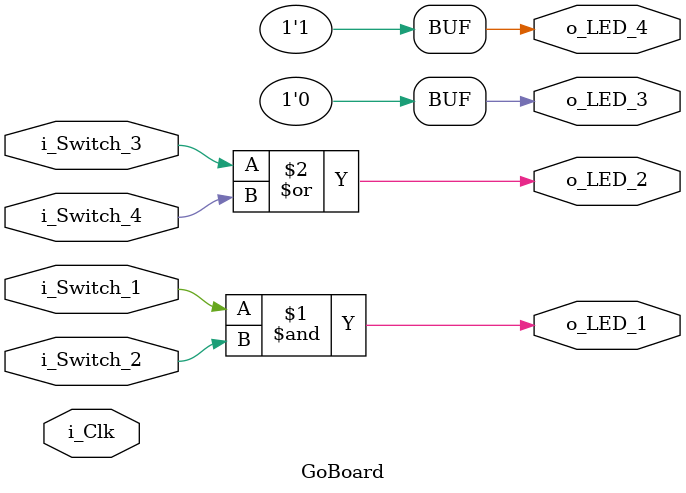
<source format=v>
module GoBoard (
  //Main FPGA Clock
  input i_Clk,
   
  //LED Pins
  output o_LED_1,
  output o_LED_2,
  output o_LED_3,
  output o_LED_4,

  //Push-Button Switches
  input i_Switch_1,
  input i_Switch_2,
  input i_Switch_3,
  input i_Switch_4);

assign o_LED_1 = i_Switch_1 & i_Switch_2;
assign o_LED_2 = i_Switch_3 | i_Switch_4;
assign o_LED_3 = 0;
assign o_LED_4 = 1;

endmodule
</source>
